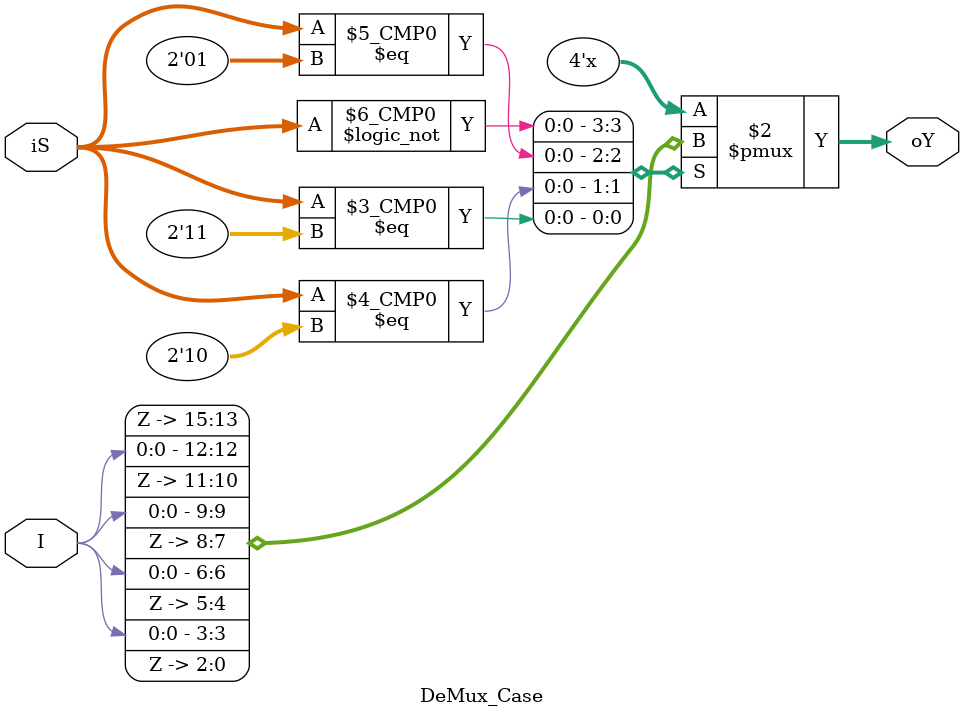
<source format=v>
module DeMux_Case(iS, I, oY);
	input[1:0] iS;
	input I;
	output[3:0] oY;
	reg[3:0] oY;
	
	always @ (iS or I)
	begin
	
		case(iS)
			2'b00 : oY= {1'bz, 1'bz, 1'bz, I};
			2'b01 : oY= {1'bz, 1'bz, I, 1'bz};
			2'b10 : oY= {1'bz, I, 1'bz, 1'bz};
			2'b11 : oY= {I, 1'bz, 1'bz, 1'bz};
		endcase
	end
endmodule
</source>
